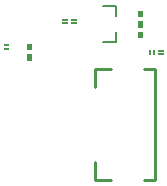
<source format=gto>
G04*
G04 #@! TF.GenerationSoftware,Altium Limited,Altium Designer,22.0.2 (36)*
G04*
G04 Layer_Color=65535*
%FSLAX25Y25*%
%MOIN*%
G70*
G04*
G04 #@! TF.SameCoordinates,5C43ECB9-E52E-4D68-B8B3-2A23C74EF960*
G04*
G04*
G04 #@! TF.FilePolarity,Positive*
G04*
G01*
G75*
%ADD10C,0.00100*%
%ADD11C,0.00787*%
%ADD12C,0.01000*%
G36*
X18400Y80800D02*
X16600D01*
Y81150D01*
X18400D01*
Y80800D01*
D02*
G37*
G36*
X15400D02*
X13600D01*
Y81150D01*
X15400D01*
Y80800D01*
D02*
G37*
G36*
X18400Y79850D02*
X16600D01*
Y80200D01*
X18400D01*
Y79850D01*
D02*
G37*
G36*
X15400D02*
X13600D01*
Y80200D01*
X15400D01*
Y79850D01*
D02*
G37*
G36*
X-4350Y72600D02*
X-5650D01*
X-5650Y72950D01*
X-4350D01*
X-4350Y72600D01*
D02*
G37*
G36*
X3150Y71100D02*
X2800D01*
Y72900D01*
X3150D01*
Y71100D01*
D02*
G37*
G36*
X2200D02*
X1850D01*
Y72900D01*
X2200D01*
Y71100D01*
D02*
G37*
G36*
X-4350Y71050D02*
X-5650D01*
Y71400D01*
X-4350D01*
Y71050D01*
D02*
G37*
G36*
X3150Y67600D02*
X2800D01*
Y69400D01*
X3150D01*
Y67600D01*
D02*
G37*
G36*
X2200D02*
X1850D01*
Y69400D01*
X2200D01*
Y67600D01*
D02*
G37*
G36*
X40150Y82100D02*
X39800D01*
Y83900D01*
X40150D01*
Y82100D01*
D02*
G37*
G36*
X39200D02*
X38850D01*
Y83900D01*
X39200D01*
Y82100D01*
D02*
G37*
G36*
X40150Y78600D02*
X39800D01*
Y80400D01*
X40150D01*
Y78600D01*
D02*
G37*
G36*
X39200D02*
X38850D01*
Y80400D01*
X39200D01*
Y78600D01*
D02*
G37*
G36*
X40150Y75100D02*
X39800D01*
Y76900D01*
X40150D01*
Y75100D01*
D02*
G37*
G36*
X39200D02*
X38850D01*
Y76900D01*
X39200D01*
Y75100D01*
D02*
G37*
G36*
X47400Y70300D02*
X45600D01*
Y70650D01*
X47400D01*
Y70300D01*
D02*
G37*
G36*
Y69350D02*
X45600D01*
Y69700D01*
X47400D01*
Y69350D01*
D02*
G37*
G36*
X44450D02*
X44100D01*
Y70650D01*
X44450D01*
Y69350D01*
D02*
G37*
G36*
X42900Y70650D02*
Y69350D01*
X42550Y69350D01*
Y70650D01*
X42900Y70650D01*
D02*
G37*
D10*
X44450Y69350D02*
Y70650D01*
X44100Y69350D02*
X44450D01*
X44100D02*
Y70650D01*
X44450D01*
X42550Y69350D02*
X42900Y69350D01*
Y70650D01*
X42550Y70650D02*
X42900Y70650D01*
X42550Y69350D02*
Y70650D01*
X47400Y70300D02*
Y70650D01*
X45600Y70300D02*
Y70650D01*
Y70300D02*
X47400D01*
X45600Y70650D02*
X47400D01*
X45600Y69350D02*
X47400D01*
X45600Y69700D02*
X47400D01*
Y69350D02*
Y69700D01*
X45600Y69350D02*
Y69700D01*
X-5650Y72950D02*
X-4350D01*
X-4350Y72600D02*
X-4350Y72950D01*
X-5650Y72600D02*
X-4350D01*
X-5650Y72950D02*
X-5650Y72600D01*
X-4350Y71050D02*
Y71400D01*
X-5650D02*
X-4350D01*
X-5650Y71050D02*
Y71400D01*
Y71050D02*
X-4350D01*
X1850Y72900D02*
X2200D01*
X1850Y71100D02*
X2200D01*
Y72900D01*
X1850Y71100D02*
Y72900D01*
X3150Y71100D02*
Y72900D01*
X2800Y71100D02*
Y72900D01*
X3150D01*
X2800Y71100D02*
X3150D01*
X1850Y69400D02*
X2200D01*
X1850Y67600D02*
X2200D01*
Y69400D01*
X1850Y67600D02*
Y69400D01*
X3150Y67600D02*
Y69400D01*
X2800Y67600D02*
Y69400D01*
X3150D01*
X2800Y67600D02*
X3150D01*
X38850Y83900D02*
X39200D01*
X38850Y82100D02*
X39200D01*
Y83900D01*
X38850Y82100D02*
Y83900D01*
X40150Y82100D02*
Y83900D01*
X39800Y82100D02*
Y83900D01*
X40150D01*
X39800Y82100D02*
X40150D01*
X38850Y80400D02*
X39200D01*
X38850Y78600D02*
X39200D01*
Y80400D01*
X38850Y78600D02*
Y80400D01*
X40150Y78600D02*
Y80400D01*
X39800Y78600D02*
Y80400D01*
X40150D01*
X39800Y78600D02*
X40150D01*
X18400Y80800D02*
Y81150D01*
X16600Y80800D02*
Y81150D01*
Y80800D02*
X18400D01*
X16600Y81150D02*
X18400D01*
X16600Y79850D02*
X18400D01*
X16600Y80200D02*
X18400D01*
Y79850D02*
Y80200D01*
X16600Y79850D02*
Y80200D01*
X15400Y80800D02*
Y81150D01*
X13600Y80800D02*
Y81150D01*
Y80800D02*
X15400D01*
X13600Y81150D02*
X15400D01*
X13600Y79850D02*
X15400D01*
X13600Y80200D02*
X15400D01*
Y79850D02*
Y80200D01*
X13600Y79850D02*
Y80200D01*
X38850Y76900D02*
X39200D01*
X38850Y75100D02*
X39200D01*
Y76900D01*
X38850Y75100D02*
Y76900D01*
X40150Y75100D02*
Y76900D01*
X39800Y75100D02*
Y76900D01*
X40150D01*
X39800Y75100D02*
X40150D01*
D11*
X31543Y73398D02*
Y76744D01*
X27213Y73398D02*
X31543D01*
Y82256D02*
Y85602D01*
X27213D02*
X31543D01*
D12*
X41000Y27437D02*
X44500D01*
Y27500D02*
Y64500D01*
X24500Y27437D02*
Y33437D01*
Y27437D02*
X30000D01*
X24500Y58563D02*
Y64563D01*
X30000D01*
X41000D02*
X44500D01*
M02*

</source>
